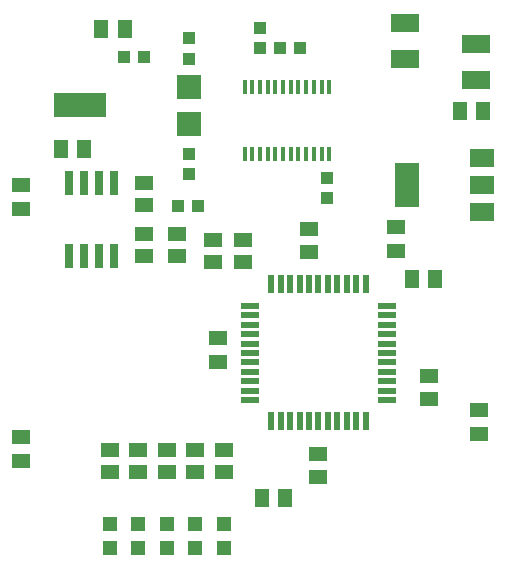
<source format=gtp>
G75*
%MOIN*%
%OFA0B0*%
%FSLAX24Y24*%
%IPPOS*%
%LPD*%
%AMOC8*
5,1,8,0,0,1.08239X$1,22.5*
%
%ADD10R,0.0630X0.0512*%
%ADD11R,0.0413X0.0425*%
%ADD12R,0.0425X0.0413*%
%ADD13R,0.0945X0.0630*%
%ADD14R,0.0512X0.0630*%
%ADD15R,0.0591X0.0197*%
%ADD16R,0.0197X0.0591*%
%ADD17R,0.0472X0.0472*%
%ADD18R,0.0591X0.0512*%
%ADD19R,0.0512X0.0591*%
%ADD20R,0.0260X0.0800*%
%ADD21R,0.0787X0.0591*%
%ADD22R,0.0787X0.1496*%
%ADD23R,0.0157X0.0472*%
%ADD24R,0.0787X0.0787*%
%ADD25R,0.1772X0.0787*%
D10*
X005110Y007686D03*
X005110Y008474D03*
X009210Y014506D03*
X009210Y015254D03*
X009210Y016206D03*
X009210Y016954D03*
X010310Y015254D03*
X010310Y014506D03*
X011660Y011774D03*
X011660Y010986D03*
X015010Y007924D03*
X015010Y007136D03*
X018710Y009736D03*
X018710Y010524D03*
X020360Y009374D03*
X020360Y008586D03*
X017610Y014686D03*
X017610Y015474D03*
X014710Y015424D03*
X014710Y014636D03*
X005110Y016086D03*
X005110Y016874D03*
D11*
X008515Y021130D03*
X009204Y021130D03*
X013715Y021430D03*
X014404Y021430D03*
X011004Y016180D03*
X010315Y016180D03*
D12*
X010710Y017236D03*
X010710Y017924D03*
X010710Y021086D03*
X010710Y021774D03*
X013060Y021436D03*
X013060Y022124D03*
X015310Y017124D03*
X015310Y016436D03*
D13*
X017910Y021089D03*
X017910Y022271D03*
X020260Y021571D03*
X020260Y020389D03*
D14*
X020503Y019330D03*
X019716Y019330D03*
X018903Y013730D03*
X018116Y013730D03*
X008553Y022080D03*
X007766Y022080D03*
X007184Y018080D03*
X006435Y018080D03*
D15*
X012726Y012855D03*
X012726Y012540D03*
X012726Y012225D03*
X012726Y011910D03*
X012726Y011595D03*
X012726Y011280D03*
X012726Y010965D03*
X012726Y010650D03*
X012726Y010335D03*
X012726Y010020D03*
X012726Y009705D03*
X017293Y009705D03*
X017293Y010020D03*
X017293Y010335D03*
X017293Y010650D03*
X017293Y010965D03*
X017293Y011280D03*
X017293Y011595D03*
X017293Y011910D03*
X017293Y012225D03*
X017293Y012540D03*
X017293Y012855D03*
D16*
X016584Y013563D03*
X016269Y013563D03*
X015954Y013563D03*
X015639Y013563D03*
X015324Y013563D03*
X015010Y013563D03*
X014695Y013563D03*
X014380Y013563D03*
X014065Y013563D03*
X013750Y013563D03*
X013435Y013563D03*
X013435Y008997D03*
X013750Y008997D03*
X014065Y008997D03*
X014380Y008997D03*
X014695Y008997D03*
X015010Y008997D03*
X015324Y008997D03*
X015639Y008997D03*
X015954Y008997D03*
X016269Y008997D03*
X016584Y008997D03*
D17*
X011860Y005593D03*
X011860Y004767D03*
X010910Y004767D03*
X010910Y005593D03*
X009960Y005593D03*
X009960Y004767D03*
X009010Y004767D03*
X009010Y005593D03*
X008060Y005593D03*
X008060Y004767D03*
D18*
X008060Y007306D03*
X008060Y008054D03*
X009010Y008054D03*
X009010Y007306D03*
X009960Y007306D03*
X009960Y008054D03*
X010910Y008054D03*
X010910Y007306D03*
X011860Y007306D03*
X011860Y008054D03*
X011510Y014306D03*
X011510Y015054D03*
X012510Y015054D03*
X012510Y014306D03*
D19*
X013135Y006430D03*
X013884Y006430D03*
D20*
X008210Y014520D03*
X007710Y014520D03*
X007210Y014520D03*
X006710Y014520D03*
X006710Y016940D03*
X007210Y016940D03*
X007710Y016940D03*
X008210Y016940D03*
D21*
X020450Y016880D03*
X020450Y015974D03*
X020450Y017786D03*
D22*
X017969Y016880D03*
D23*
X015367Y017902D03*
X015111Y017902D03*
X014855Y017902D03*
X014599Y017902D03*
X014343Y017902D03*
X014087Y017902D03*
X013832Y017902D03*
X013576Y017902D03*
X013320Y017902D03*
X013064Y017902D03*
X012808Y017902D03*
X012552Y017902D03*
X012552Y020146D03*
X012808Y020146D03*
X013064Y020146D03*
X013320Y020146D03*
X013576Y020146D03*
X013832Y020146D03*
X014087Y020146D03*
X014343Y020146D03*
X014599Y020146D03*
X014855Y020146D03*
X015111Y020146D03*
X015367Y020146D03*
D24*
X010710Y020148D03*
X010710Y018912D03*
D25*
X007048Y019530D03*
M02*

</source>
